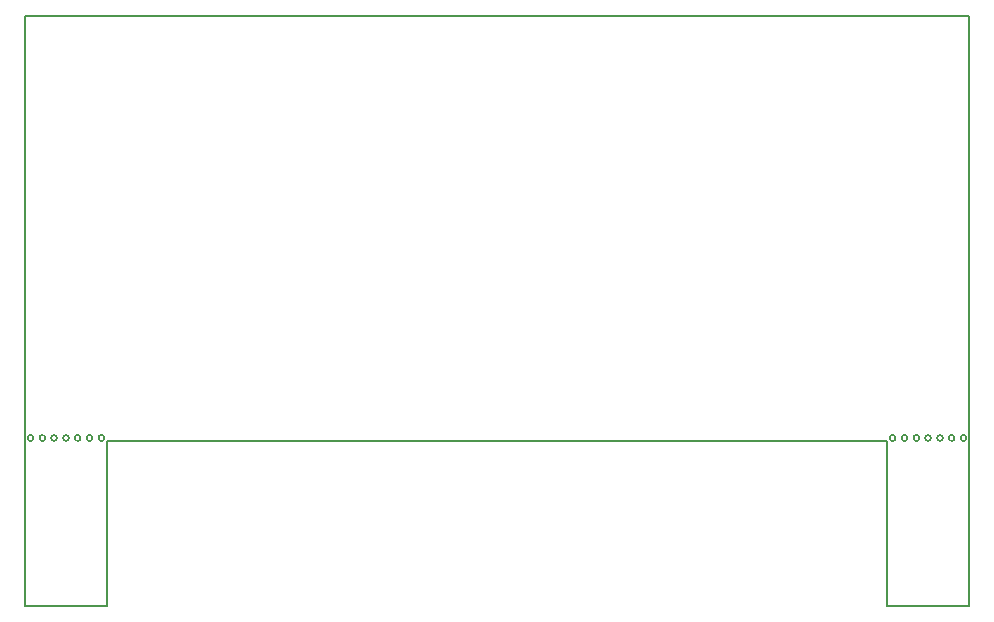
<source format=gbr>
G04 #@! TF.GenerationSoftware,KiCad,Pcbnew,5.1.5*
G04 #@! TF.CreationDate,2020-05-11T21:35:48+02:00*
G04 #@! TF.ProjectId,VCOMLCD,56434f4d-4c43-4442-9e6b-696361645f70,rev?*
G04 #@! TF.SameCoordinates,Original*
G04 #@! TF.FileFunction,Profile,NP*
%FSLAX46Y46*%
G04 Gerber Fmt 4.6, Leading zero omitted, Abs format (unit mm)*
G04 Created by KiCad (PCBNEW 5.1.5) date 2020-05-11 21:35:48*
%MOMM*%
%LPD*%
G04 APERTURE LIST*
%ADD10C,0.150000*%
G04 APERTURE END LIST*
D10*
X55750000Y-83750000D02*
G75*
G03X55750000Y-83750000I-250000J0D01*
G01*
X51750000Y-83750000D02*
G75*
G03X51750000Y-83750000I-250000J0D01*
G01*
X52750000Y-83750000D02*
G75*
G03X52750000Y-83750000I-250000J0D01*
G01*
X50750000Y-83750000D02*
G75*
G03X50750000Y-83750000I-250000J0D01*
G01*
X53750000Y-83750000D02*
G75*
G03X53750000Y-83750000I-250000J0D01*
G01*
X49750000Y-83750000D02*
G75*
G03X49750000Y-83750000I-250000J0D01*
G01*
X54750000Y-83750000D02*
G75*
G03X54750000Y-83750000I-250000J0D01*
G01*
X128750000Y-83750000D02*
G75*
G03X128750000Y-83750000I-250000J0D01*
G01*
X122750000Y-83750000D02*
G75*
G03X122750000Y-83750000I-250000J0D01*
G01*
X123750000Y-83750000D02*
G75*
G03X123750000Y-83750000I-250000J0D01*
G01*
X124750000Y-83750000D02*
G75*
G03X124750000Y-83750000I-250000J0D01*
G01*
X125750000Y-83750000D02*
G75*
G03X125750000Y-83750000I-250000J0D01*
G01*
X127750000Y-83750000D02*
G75*
G03X127750000Y-83750000I-250000J0D01*
G01*
X126750000Y-83750000D02*
G75*
G03X126750000Y-83750000I-250000J0D01*
G01*
X122000000Y-98000000D02*
X129000000Y-98000000D01*
X122000000Y-84000000D02*
X122000000Y-98000000D01*
X56000000Y-84000000D02*
X122000000Y-84000000D01*
X56000000Y-98000000D02*
X56000000Y-84000000D01*
X129000000Y-48000000D02*
X49000000Y-48000000D01*
X129000000Y-98000000D02*
X129000000Y-48000000D01*
X49000000Y-98000000D02*
X56000000Y-98000000D01*
X49000000Y-48000000D02*
X49000000Y-98000000D01*
M02*

</source>
